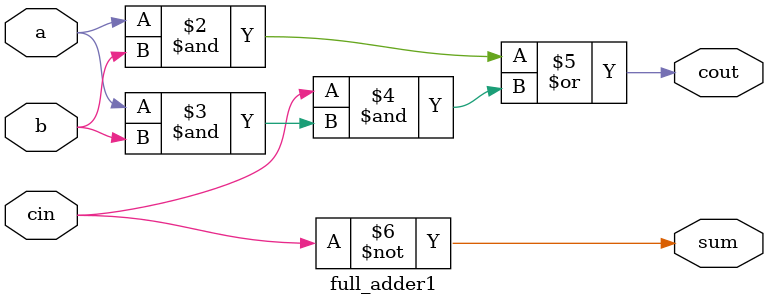
<source format=v>
module full_adder1(a,b,cin,sum,cout);
input a,b,cin;
output sum,cout;
assign sum = 1'b1^cin;
assign cout = a&b|cin&(a&b); 
// initial begin
//     $display("The incorrect adder with xor0 and xor1 having out/1 and in1/1");
// end   
endmodule
</source>
